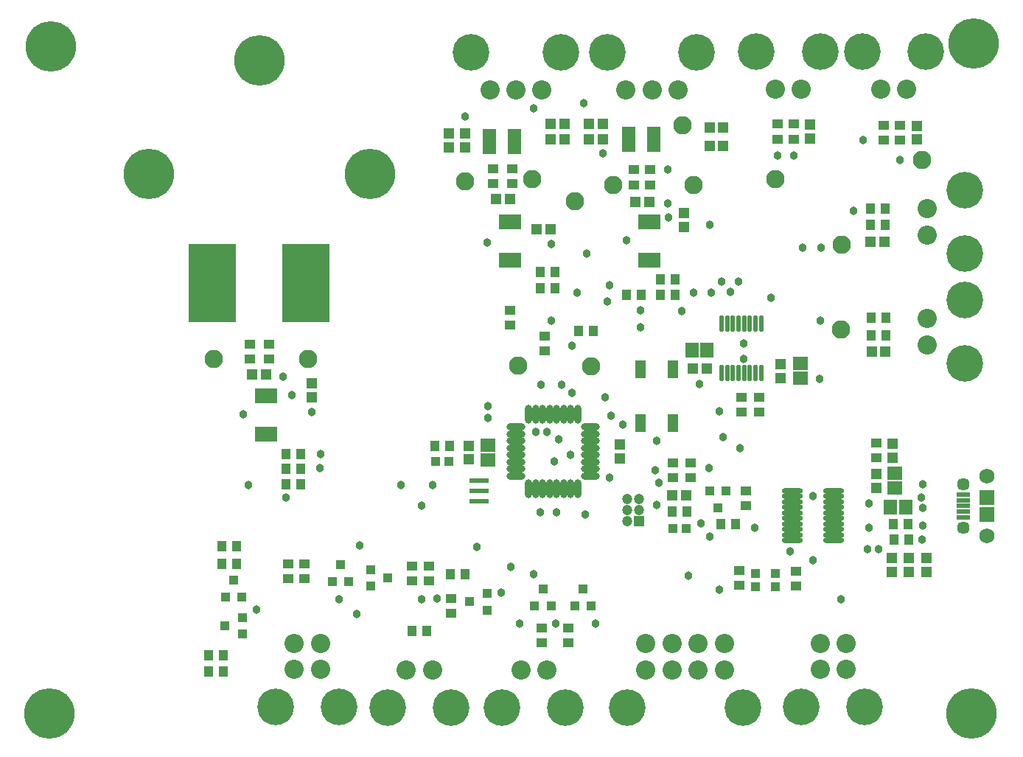
<source format=gts>
%FSLAX24Y24*%
%MOIN*%
G70*
G01*
G75*
G04 Layer_Color=8388736*
%ADD10R,0.0551X0.0591*%
%ADD11R,0.0354X0.0394*%
%ADD12R,0.0394X0.0354*%
%ADD13R,0.0315X0.0354*%
%ADD14R,0.0354X0.0315*%
%ADD15R,0.0591X0.0512*%
%ADD16R,0.0512X0.0591*%
%ADD17R,0.0610X0.0591*%
%ADD18R,0.0532X0.0157*%
%ADD19R,0.0433X0.0709*%
%ADD20O,0.0138X0.0669*%
%ADD21O,0.0886X0.0157*%
%ADD22O,0.0236X0.0768*%
%ADD23O,0.0768X0.0236*%
%ADD24R,0.0827X0.0157*%
%ADD25R,0.0394X0.0394*%
%ADD26R,0.0394X0.0394*%
%ADD27R,0.0512X0.1063*%
%ADD28R,0.0315X0.0315*%
%ADD29R,0.0315X0.0315*%
%ADD30R,0.0118X0.0571*%
%ADD31R,0.2047X0.3445*%
%ADD32C,0.0100*%
%ADD33C,0.0200*%
%ADD34C,0.0198*%
%ADD35C,0.3500*%
%ADD36C,0.0500*%
%ADD37C,0.0787*%
%ADD38C,0.1575*%
%ADD39C,0.0610*%
%ADD40C,0.0492*%
%ADD41C,0.0750*%
%ADD42C,0.0394*%
%ADD43C,0.2200*%
%ADD44C,0.0300*%
%ADD45C,0.0100*%
%ADD46C,0.0098*%
%ADD47C,0.0236*%
%ADD48C,0.0157*%
%ADD49C,0.0079*%
%ADD50C,0.0080*%
%ADD51R,0.0631X0.0671*%
%ADD52R,0.0434X0.0474*%
%ADD53R,0.0474X0.0434*%
%ADD54R,0.0395X0.0434*%
%ADD55R,0.0434X0.0395*%
%ADD56R,0.0671X0.0592*%
%ADD57R,0.0592X0.0671*%
%ADD58R,0.0690X0.0671*%
%ADD59R,0.0612X0.0237*%
%ADD60R,0.0513X0.0789*%
%ADD61O,0.0218X0.0749*%
%ADD62O,0.0966X0.0237*%
%ADD63O,0.0316X0.0848*%
%ADD64O,0.0848X0.0316*%
%ADD65R,0.0907X0.0237*%
%ADD66R,0.0474X0.0474*%
%ADD67R,0.0474X0.0474*%
%ADD68R,0.0592X0.1143*%
%ADD69R,0.0395X0.0395*%
%ADD70R,0.0395X0.0395*%
%ADD71R,0.0198X0.0651*%
%ADD72R,0.2127X0.3525*%
%ADD73C,0.0867*%
%ADD74C,0.1655*%
%ADD75C,0.0690*%
%ADD76C,0.0572*%
%ADD77C,0.0830*%
%ADD78C,0.0474*%
%ADD79C,0.2280*%
%ADD80C,0.0380*%
D51*
X40266Y10876D02*
D03*
X39557D02*
D03*
D52*
X28287Y20472D02*
D03*
X27618D02*
D03*
X12215Y11909D02*
D03*
X12884D02*
D03*
X25453Y18848D02*
D03*
X26122D02*
D03*
X18947Y13632D02*
D03*
X19617D02*
D03*
X29676Y10679D02*
D03*
X30345D02*
D03*
X32559Y10089D02*
D03*
X31890D02*
D03*
X40344Y10089D02*
D03*
X39675D02*
D03*
X40384Y9400D02*
D03*
X39715D02*
D03*
X29813Y20472D02*
D03*
X29144D02*
D03*
X12884Y12598D02*
D03*
X12215D02*
D03*
X29813Y21161D02*
D03*
X29144D02*
D03*
X12884Y13287D02*
D03*
X12215D02*
D03*
X24400Y20768D02*
D03*
X23730D02*
D03*
X24400Y21506D02*
D03*
X23730D02*
D03*
X17923Y5266D02*
D03*
X18593D02*
D03*
X20315Y7825D02*
D03*
X19646D02*
D03*
X9390Y3445D02*
D03*
X8720D02*
D03*
X8720Y4183D02*
D03*
X9390D02*
D03*
X9311Y9104D02*
D03*
X9981D02*
D03*
X9981Y8317D02*
D03*
X9311D02*
D03*
X38642Y24360D02*
D03*
X39311D02*
D03*
X38682Y19439D02*
D03*
X39351D02*
D03*
X39311Y23622D02*
D03*
X38642D02*
D03*
X39351Y18652D02*
D03*
X38682D02*
D03*
D53*
X22343Y19774D02*
D03*
Y19104D02*
D03*
X27953Y25453D02*
D03*
Y26122D02*
D03*
X10581Y17579D02*
D03*
Y18248D02*
D03*
X22441Y25502D02*
D03*
Y26171D02*
D03*
X23917Y18593D02*
D03*
Y17923D02*
D03*
X33022Y10935D02*
D03*
Y11604D02*
D03*
X29715Y12884D02*
D03*
Y12215D02*
D03*
X38918Y13100D02*
D03*
Y13770D02*
D03*
X30512Y12884D02*
D03*
Y12215D02*
D03*
X35276Y7963D02*
D03*
Y7293D02*
D03*
X32717Y8012D02*
D03*
Y7343D02*
D03*
X11457Y17579D02*
D03*
Y18248D02*
D03*
X28691Y25453D02*
D03*
Y26122D02*
D03*
X21595Y25502D02*
D03*
Y26171D02*
D03*
X19685Y6732D02*
D03*
Y6063D02*
D03*
X18691Y7539D02*
D03*
Y8209D02*
D03*
X17904Y8209D02*
D03*
Y7539D02*
D03*
X12303Y7638D02*
D03*
Y8307D02*
D03*
X13041Y8307D02*
D03*
Y7638D02*
D03*
X24991Y5404D02*
D03*
Y4734D02*
D03*
X23770Y4734D02*
D03*
Y5404D02*
D03*
X34439Y27520D02*
D03*
Y28189D02*
D03*
X39262Y27470D02*
D03*
Y28140D02*
D03*
X35178Y28189D02*
D03*
Y27520D02*
D03*
X40000Y28140D02*
D03*
Y27470D02*
D03*
X32815Y15837D02*
D03*
Y15167D02*
D03*
X33603Y15837D02*
D03*
Y15167D02*
D03*
D54*
X24213Y6398D02*
D03*
X23839Y7185D02*
D03*
X23465Y6398D02*
D03*
X26033D02*
D03*
X25659Y7185D02*
D03*
X25285Y6398D02*
D03*
X10217Y6791D02*
D03*
X9843Y7579D02*
D03*
X9469Y6791D02*
D03*
X15059Y7490D02*
D03*
X14685Y8278D02*
D03*
X14311Y7490D02*
D03*
X31368Y11614D02*
D03*
X31742Y10827D02*
D03*
X32116Y11614D02*
D03*
D55*
X10236Y5886D02*
D03*
X9449Y5512D02*
D03*
X10236Y5138D02*
D03*
X16043Y7303D02*
D03*
X16831Y7677D02*
D03*
X16043Y8051D02*
D03*
X21309Y6969D02*
D03*
X20522Y6594D02*
D03*
X21309Y6220D02*
D03*
D56*
X35482Y16693D02*
D03*
Y17362D02*
D03*
X39764Y11722D02*
D03*
Y12392D02*
D03*
X21349Y13002D02*
D03*
Y13671D02*
D03*
D57*
X31240Y17963D02*
D03*
X30571D02*
D03*
D58*
X43927Y11319D02*
D03*
Y10532D02*
D03*
D59*
X42864Y11437D02*
D03*
Y11181D02*
D03*
Y10925D02*
D03*
Y10669D02*
D03*
Y10413D02*
D03*
D60*
X28248Y14675D02*
D03*
Y17116D02*
D03*
X29705D02*
D03*
Y14675D02*
D03*
D61*
X33711Y19183D02*
D03*
X33455D02*
D03*
X33199D02*
D03*
X32943D02*
D03*
X32687D02*
D03*
X32432D02*
D03*
X32176D02*
D03*
X31920D02*
D03*
X33711Y16939D02*
D03*
X33455D02*
D03*
X33199D02*
D03*
X32943D02*
D03*
X32687D02*
D03*
X32432D02*
D03*
X32176D02*
D03*
X31920D02*
D03*
D62*
X35128Y11607D02*
D03*
Y11357D02*
D03*
Y11107D02*
D03*
Y10857D02*
D03*
Y10607D02*
D03*
Y10357D02*
D03*
Y10107D02*
D03*
Y9857D02*
D03*
Y9607D02*
D03*
Y9357D02*
D03*
X36998Y11607D02*
D03*
Y11357D02*
D03*
Y11107D02*
D03*
Y10857D02*
D03*
Y10607D02*
D03*
Y10357D02*
D03*
Y10107D02*
D03*
Y9857D02*
D03*
Y9607D02*
D03*
Y9357D02*
D03*
D63*
X23199Y15059D02*
D03*
X23514D02*
D03*
X23829D02*
D03*
X24144D02*
D03*
X24459D02*
D03*
X24774D02*
D03*
X25089D02*
D03*
X25404D02*
D03*
Y11713D02*
D03*
X25089D02*
D03*
X24774D02*
D03*
X24459D02*
D03*
X24144D02*
D03*
X23829D02*
D03*
X23514D02*
D03*
X23199D02*
D03*
D64*
X25975Y14488D02*
D03*
Y14173D02*
D03*
Y13858D02*
D03*
Y13543D02*
D03*
Y13228D02*
D03*
Y12913D02*
D03*
Y12598D02*
D03*
Y12283D02*
D03*
X22628D02*
D03*
Y12598D02*
D03*
Y12913D02*
D03*
Y13228D02*
D03*
Y13543D02*
D03*
Y13858D02*
D03*
Y14173D02*
D03*
Y14488D02*
D03*
D65*
X20955Y12087D02*
D03*
Y11614D02*
D03*
Y11142D02*
D03*
D66*
X31998Y27215D02*
D03*
X31369D02*
D03*
X30325Y11417D02*
D03*
X29695D02*
D03*
X10699Y16880D02*
D03*
X11329D02*
D03*
X28022Y24656D02*
D03*
X28652D02*
D03*
X31998Y28051D02*
D03*
X31369D02*
D03*
X24183Y23425D02*
D03*
X23553D02*
D03*
X21723Y24803D02*
D03*
X22353D02*
D03*
X30620Y17126D02*
D03*
X31250D02*
D03*
X39291Y22884D02*
D03*
X38661D02*
D03*
X39331Y17913D02*
D03*
X38701D02*
D03*
X24813Y28199D02*
D03*
X24183D02*
D03*
X24813Y27510D02*
D03*
X24183D02*
D03*
X25926Y28199D02*
D03*
X26556D02*
D03*
X25926Y27510D02*
D03*
X26556D02*
D03*
X28189Y10228D02*
D03*
D67*
X20472Y13022D02*
D03*
Y13652D02*
D03*
X27304Y13071D02*
D03*
Y13701D02*
D03*
X13376Y16457D02*
D03*
Y15827D02*
D03*
X30217Y24183D02*
D03*
Y23553D02*
D03*
X35916Y28169D02*
D03*
Y27539D02*
D03*
X40739Y28120D02*
D03*
Y27490D02*
D03*
X34587Y17343D02*
D03*
Y16713D02*
D03*
X39656Y13120D02*
D03*
Y13750D02*
D03*
X40394Y7953D02*
D03*
Y8583D02*
D03*
X41182Y7953D02*
D03*
Y8583D02*
D03*
X39607Y7953D02*
D03*
Y8583D02*
D03*
X38918Y11742D02*
D03*
Y12372D02*
D03*
X19577Y27776D02*
D03*
Y27146D02*
D03*
X20315Y27776D02*
D03*
Y27146D02*
D03*
D68*
X22559Y27411D02*
D03*
X21418D02*
D03*
X28859Y27510D02*
D03*
X27717D02*
D03*
D69*
X18987Y12943D02*
D03*
X19577D02*
D03*
X29715Y9892D02*
D03*
X30306D02*
D03*
D70*
X34341Y7283D02*
D03*
Y7874D02*
D03*
X33455Y7283D02*
D03*
Y7874D02*
D03*
D71*
X11713Y15896D02*
D03*
X11516D02*
D03*
X11319D02*
D03*
X11122D02*
D03*
X10925D02*
D03*
X11713Y14163D02*
D03*
X11516D02*
D03*
X11319D02*
D03*
X11122D02*
D03*
X10925D02*
D03*
X29035Y23770D02*
D03*
X28839D02*
D03*
X28642D02*
D03*
X28445D02*
D03*
X28248D02*
D03*
X29035Y22037D02*
D03*
X28839D02*
D03*
X28642D02*
D03*
X28445D02*
D03*
X28248D02*
D03*
X22736Y23780D02*
D03*
X22539D02*
D03*
X22343D02*
D03*
X22146D02*
D03*
X21949D02*
D03*
X22736Y22047D02*
D03*
X22539D02*
D03*
X22343D02*
D03*
X22146D02*
D03*
X21949D02*
D03*
D72*
X8878Y21014D02*
D03*
X13130D02*
D03*
D73*
X28494Y4689D02*
D03*
Y3508D02*
D03*
X32037D02*
D03*
X30856D02*
D03*
X29675D02*
D03*
X32037Y4689D02*
D03*
X30856D02*
D03*
X29675D02*
D03*
X13770Y3522D02*
D03*
X12589D02*
D03*
X13770Y4703D02*
D03*
X12589D02*
D03*
X22835Y3508D02*
D03*
X24016D02*
D03*
X35522Y29760D02*
D03*
X34341D02*
D03*
X40296D02*
D03*
X39115D02*
D03*
X37550Y3522D02*
D03*
X36369D02*
D03*
X37550Y4703D02*
D03*
X36369D02*
D03*
X17667Y3508D02*
D03*
X18848D02*
D03*
X27589Y29746D02*
D03*
X28770D02*
D03*
X29951D02*
D03*
X41226Y24360D02*
D03*
Y23179D02*
D03*
Y19390D02*
D03*
Y18209D02*
D03*
X21437Y29746D02*
D03*
X22619D02*
D03*
X23800D02*
D03*
D74*
X27648Y1807D02*
D03*
X32884D02*
D03*
X11742Y1821D02*
D03*
X14616D02*
D03*
X24862Y1807D02*
D03*
X21988D02*
D03*
X33495Y31461D02*
D03*
X36369D02*
D03*
X38268D02*
D03*
X41142D02*
D03*
X35522Y1821D02*
D03*
X38396D02*
D03*
X19695Y1807D02*
D03*
X16821D02*
D03*
X30798Y31447D02*
D03*
X26743D02*
D03*
X42927Y22333D02*
D03*
Y25207D02*
D03*
Y17362D02*
D03*
Y20236D02*
D03*
X24646Y31447D02*
D03*
X20591D02*
D03*
D75*
X43927Y12282D02*
D03*
Y9569D02*
D03*
D76*
X42864Y11909D02*
D03*
Y9941D02*
D03*
D77*
X26024Y17224D02*
D03*
X22727Y17274D02*
D03*
X30650Y25443D02*
D03*
X27008D02*
D03*
X23367Y25689D02*
D03*
X20315Y25591D02*
D03*
X13229Y17569D02*
D03*
X8947D02*
D03*
X30158Y28150D02*
D03*
X37303Y18898D02*
D03*
X40985Y26575D02*
D03*
X37352Y22736D02*
D03*
X34341Y25689D02*
D03*
X25286Y24705D02*
D03*
D78*
X27638Y10228D02*
D03*
X28189Y10728D02*
D03*
X27638D02*
D03*
X28189Y11228D02*
D03*
X27638D02*
D03*
D79*
X6034Y25935D02*
D03*
X16034D02*
D03*
X11034Y31065D02*
D03*
X1526Y1526D02*
D03*
X43209D02*
D03*
X1575Y31693D02*
D03*
X43307Y31841D02*
D03*
D80*
X28248Y18996D02*
D03*
Y19783D02*
D03*
X12205Y11319D02*
D03*
X21358Y15453D02*
D03*
X22392Y8169D02*
D03*
X20866Y9055D02*
D03*
X21358Y14911D02*
D03*
X24213Y19291D02*
D03*
X25148Y18159D02*
D03*
X30118Y19734D02*
D03*
X25394Y20571D02*
D03*
X13760Y12648D02*
D03*
X13780Y13287D02*
D03*
X26230Y5610D02*
D03*
X23425Y7825D02*
D03*
X22785Y5610D02*
D03*
X24409D02*
D03*
X21949Y6988D02*
D03*
X15404Y6053D02*
D03*
X10876Y6250D02*
D03*
X30906Y16437D02*
D03*
X25689Y29134D02*
D03*
X32923Y18258D02*
D03*
Y17569D02*
D03*
X36417Y22589D02*
D03*
X37894Y24262D02*
D03*
X15542Y9154D02*
D03*
X30404Y7776D02*
D03*
X18347Y6693D02*
D03*
X19036Y6742D02*
D03*
X24449Y10630D02*
D03*
X28977Y10974D02*
D03*
X40000Y26575D02*
D03*
X34144Y20325D02*
D03*
X35178Y26772D02*
D03*
X35571Y22589D02*
D03*
X28977Y13878D02*
D03*
X38573Y9941D02*
D03*
X41034Y10827D02*
D03*
Y10039D02*
D03*
X36063Y11368D02*
D03*
X41034Y11909D02*
D03*
X38573Y11024D02*
D03*
X33406Y9941D02*
D03*
X40960Y11319D02*
D03*
X23514Y14272D02*
D03*
X24006D02*
D03*
X30995Y10138D02*
D03*
X24548Y13927D02*
D03*
X34439Y26772D02*
D03*
X38327Y27461D02*
D03*
X36359Y16683D02*
D03*
X18839Y11860D02*
D03*
X17412D02*
D03*
X29469Y24606D02*
D03*
X31831Y15207D02*
D03*
X30650Y20571D02*
D03*
X23760Y16388D02*
D03*
X12097Y16782D02*
D03*
X24695Y16388D02*
D03*
X10522Y11860D02*
D03*
X13376Y15157D02*
D03*
X25827Y22343D02*
D03*
X26762Y20177D02*
D03*
X26861Y20915D02*
D03*
X29469Y26132D02*
D03*
X31388Y23622D02*
D03*
X32766Y13533D02*
D03*
X25089Y13238D02*
D03*
X29075Y11959D02*
D03*
X28928Y12549D02*
D03*
X31388Y9547D02*
D03*
X26861Y12205D02*
D03*
X23711Y10630D02*
D03*
X24351Y12943D02*
D03*
X31979Y14026D02*
D03*
X31339Y12648D02*
D03*
X26664Y15846D02*
D03*
X31831Y7148D02*
D03*
X26910Y15010D02*
D03*
X27451Y14616D02*
D03*
X36063Y8465D02*
D03*
X35030Y8858D02*
D03*
X38524Y8957D02*
D03*
X31930Y21063D02*
D03*
X32323Y20620D02*
D03*
X32668Y21063D02*
D03*
X31437Y20571D02*
D03*
X40985Y9400D02*
D03*
X39016Y8957D02*
D03*
X23416Y28888D02*
D03*
X26565Y26870D02*
D03*
X20315Y28543D02*
D03*
X36368Y19291D02*
D03*
X37303Y6693D02*
D03*
X12500Y15945D02*
D03*
X10285Y15059D02*
D03*
X18356Y10925D02*
D03*
X14616Y6693D02*
D03*
X24213Y22785D02*
D03*
X21309Y22835D02*
D03*
X29528Y23967D02*
D03*
X27608Y22933D02*
D03*
X25738Y10532D02*
D03*
X25148Y16043D02*
D03*
M02*

</source>
